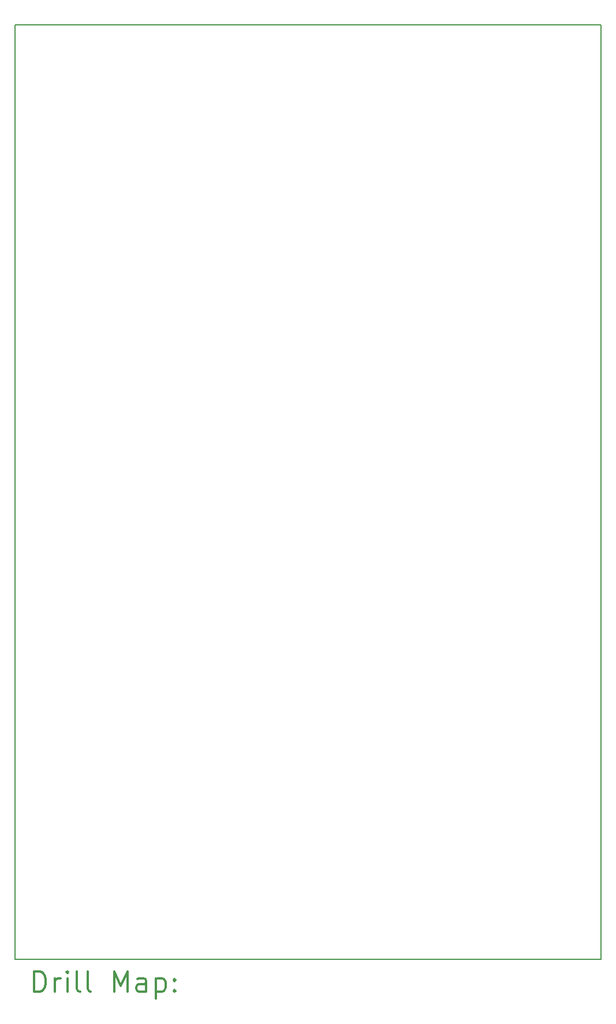
<source format=gbr>
%FSLAX45Y45*%
G04 Gerber Fmt 4.5, Leading zero omitted, Abs format (unit mm)*
G04 Created by KiCad (PCBNEW 5.1.6-c6e7f7d~86~ubuntu18.04.1) date 2020-07-03 15:56:59*
%MOMM*%
%LPD*%
G01*
G04 APERTURE LIST*
%TA.AperFunction,Profile*%
%ADD10C,0.150000*%
%TD*%
%ADD11C,0.200000*%
%ADD12C,0.300000*%
G04 APERTURE END LIST*
D10*
X13688000Y-16938000D02*
X13688000Y-3238000D01*
X5098000Y-16938000D02*
X13688000Y-16938000D01*
X5098000Y-16938000D02*
X5098000Y-3238000D01*
X5098000Y-3238000D02*
X13688000Y-3238000D01*
D11*
D12*
X5376928Y-17411214D02*
X5376928Y-17111214D01*
X5448357Y-17111214D01*
X5491214Y-17125500D01*
X5519786Y-17154072D01*
X5534071Y-17182643D01*
X5548357Y-17239786D01*
X5548357Y-17282643D01*
X5534071Y-17339786D01*
X5519786Y-17368357D01*
X5491214Y-17396929D01*
X5448357Y-17411214D01*
X5376928Y-17411214D01*
X5676928Y-17411214D02*
X5676928Y-17211214D01*
X5676928Y-17268357D02*
X5691214Y-17239786D01*
X5705500Y-17225500D01*
X5734071Y-17211214D01*
X5762643Y-17211214D01*
X5862643Y-17411214D02*
X5862643Y-17211214D01*
X5862643Y-17111214D02*
X5848357Y-17125500D01*
X5862643Y-17139786D01*
X5876928Y-17125500D01*
X5862643Y-17111214D01*
X5862643Y-17139786D01*
X6048357Y-17411214D02*
X6019786Y-17396929D01*
X6005500Y-17368357D01*
X6005500Y-17111214D01*
X6205500Y-17411214D02*
X6176928Y-17396929D01*
X6162643Y-17368357D01*
X6162643Y-17111214D01*
X6548357Y-17411214D02*
X6548357Y-17111214D01*
X6648357Y-17325500D01*
X6748357Y-17111214D01*
X6748357Y-17411214D01*
X7019786Y-17411214D02*
X7019786Y-17254072D01*
X7005500Y-17225500D01*
X6976928Y-17211214D01*
X6919786Y-17211214D01*
X6891214Y-17225500D01*
X7019786Y-17396929D02*
X6991214Y-17411214D01*
X6919786Y-17411214D01*
X6891214Y-17396929D01*
X6876928Y-17368357D01*
X6876928Y-17339786D01*
X6891214Y-17311214D01*
X6919786Y-17296929D01*
X6991214Y-17296929D01*
X7019786Y-17282643D01*
X7162643Y-17211214D02*
X7162643Y-17511214D01*
X7162643Y-17225500D02*
X7191214Y-17211214D01*
X7248357Y-17211214D01*
X7276928Y-17225500D01*
X7291214Y-17239786D01*
X7305500Y-17268357D01*
X7305500Y-17354072D01*
X7291214Y-17382643D01*
X7276928Y-17396929D01*
X7248357Y-17411214D01*
X7191214Y-17411214D01*
X7162643Y-17396929D01*
X7434071Y-17382643D02*
X7448357Y-17396929D01*
X7434071Y-17411214D01*
X7419786Y-17396929D01*
X7434071Y-17382643D01*
X7434071Y-17411214D01*
X7434071Y-17225500D02*
X7448357Y-17239786D01*
X7434071Y-17254072D01*
X7419786Y-17239786D01*
X7434071Y-17225500D01*
X7434071Y-17254072D01*
M02*

</source>
